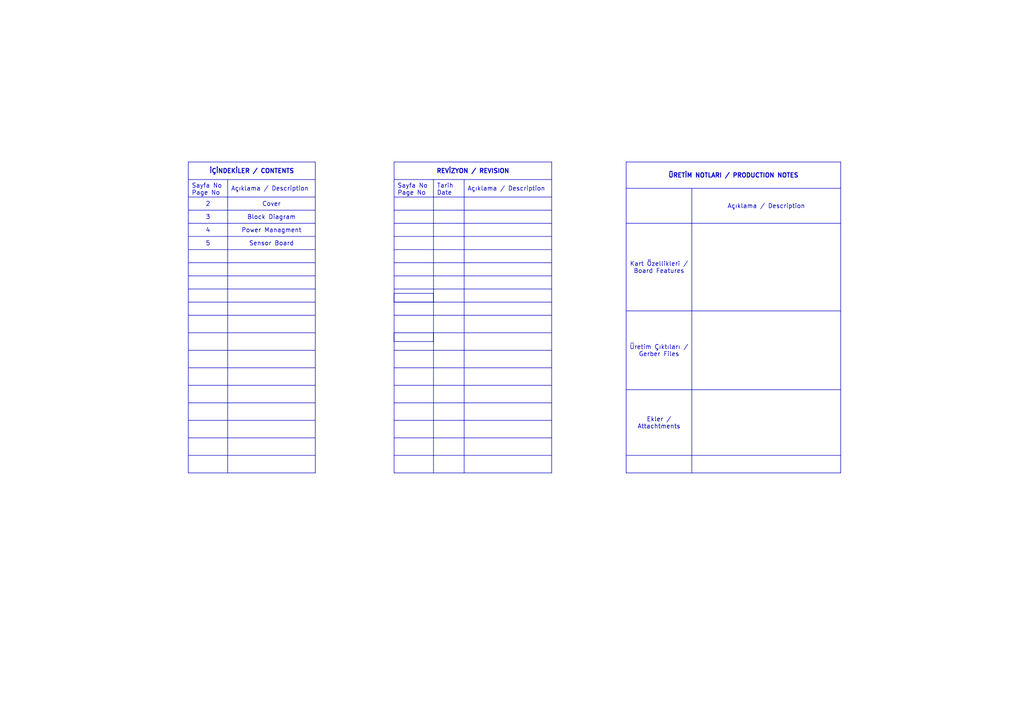
<source format=kicad_sch>
(kicad_sch
	(version 20250114)
	(generator "eeschema")
	(generator_version "9.0")
	(uuid "aeb8d317-c747-49cf-a018-e489c2015e8f")
	(paper "A4")
	(title_block
		(title "Cover")
		(comment 3 "Yusuf Karabocek")
		(comment 4 "Designed by")
	)
	(lib_symbols)
	(table
		(column_count 3)
		(border
			(external yes)
			(header yes)
			(stroke
				(width 0)
				(type solid)
			)
		)
		(separators
			(rows yes)
			(cols yes)
			(stroke
				(width 0)
				(type solid)
			)
		)
		(column_widths 11.43 8.89 25.4)
		(row_heights 5.08 2.54 2.54 3.81 3.81 3.81 3.81 3.81 3.81 3.81 3.81 3.81
			5.08 5.08 5.08 5.08 5.08 5.08 5.08 5.08 5.08
		)
		(cells
			(table_cell "REVİZYON / REVISION"
				(exclude_from_sim no)
				(at 114.3 46.99 0)
				(size 45.72 5.08)
				(margins 0.9525 0.9525 0.9525 0.9525)
				(span 3 1)
				(fill
					(type none)
				)
				(effects
					(font
						(size 1.27 1.27)
						(thickness 0.254)
						(bold yes)
					)
				)
				(uuid "8fa66827-9023-4fe1-8045-d98accf2e23d")
			)
			(table_cell "rgb(240, 240, 240)"
				(exclude_from_sim no)
				(at 125.73 46.99 0)
				(size 8.89 5.08)
				(margins 0.9525 0.9525 0.9525 0.9525)
				(span 0 0)
				(fill
					(type none)
				)
				(effects
					(font
						(size 1.27 1.27)
						(thickness 0.254)
						(bold yes)
					)
				)
				(uuid "26facfbc-c4d7-4fed-a07a-1f276f25feb0")
			)
			(table_cell "rgb(240, 240, 240)"
				(exclude_from_sim no)
				(at 134.62 46.99 0)
				(size 25.4 5.08)
				(margins 0.9525 0.9525 0.9525 0.9525)
				(span 0 0)
				(fill
					(type none)
				)
				(effects
					(font
						(size 1.27 1.27)
					)
					(justify left top)
				)
				(uuid "af702e25-af56-4634-936a-0f01b823240d")
			)
			(table_cell "Sayfa No Page No"
				(exclude_from_sim no)
				(at 114.3 52.07 0)
				(size 11.43 5.08)
				(margins 0.9525 0.9525 0.9525 0.9525)
				(span 1 2)
				(fill
					(type none)
				)
				(effects
					(font
						(size 1.27 1.27)
					)
					(justify left top)
				)
				(uuid "63e95f35-55b1-4b03-8dcf-5a68ec4ad43d")
			)
			(table_cell "Tarih Date"
				(exclude_from_sim no)
				(at 125.73 52.07 0)
				(size 8.89 5.08)
				(margins 0.9525 0.9525 0.9525 0.9525)
				(span 1 2)
				(fill
					(type none)
				)
				(effects
					(font
						(size 1.27 1.27)
					)
					(justify left top)
				)
				(uuid "732ffd3d-b3c6-4b75-9cdf-f12dc5efd261")
			)
			(table_cell "Açıklama / Description"
				(exclude_from_sim no)
				(at 134.62 52.07 0)
				(size 25.4 5.08)
				(margins 0.9525 0.9525 0.9525 0.9525)
				(span 1 2)
				(fill
					(type none)
				)
				(effects
					(font
						(size 1.27 1.27)
					)
					(justify left)
				)
				(uuid "ebf62c1f-9b5d-4821-865c-63280744afe8")
			)
			(table_cell "rgb(240, 240, 240)"
				(exclude_from_sim no)
				(at 114.3 54.61 0)
				(size 11.43 2.54)
				(margins 0.9525 0.9525 0.9525 0.9525)
				(span 0 0)
				(fill
					(type none)
				)
				(effects
					(font
						(size 1.27 1.27)
					)
					(justify left top)
				)
				(uuid "498676f9-d400-4994-bf58-7e8add11d0a0")
			)
			(table_cell "rgb(240, 240, 240)"
				(exclude_from_sim no)
				(at 125.73 54.61 0)
				(size 8.89 2.54)
				(margins 0.9525 0.9525 0.9525 0.9525)
				(span 0 0)
				(fill
					(type none)
				)
				(effects
					(font
						(size 1.27 1.27)
					)
					(justify left top)
				)
				(uuid "7449a15c-c2f2-4c1c-9e8d-37da3a301d8e")
			)
			(table_cell "rgb(240, 240, 240)"
				(exclude_from_sim no)
				(at 134.62 54.61 0)
				(size 25.4 2.54)
				(margins 0.9525 0.9525 0.9525 0.9525)
				(span 0 0)
				(fill
					(type none)
				)
				(effects
					(font
						(size 1.27 1.27)
					)
					(justify left top)
				)
				(uuid "9930eacc-fec0-4a84-8c13-5384becba848")
			)
			(table_cell ""
				(exclude_from_sim no)
				(at 114.3 57.15 0)
				(size 11.43 3.81)
				(margins 0.9525 0.9525 0.9525 0.9525)
				(span 1 1)
				(fill
					(type none)
				)
				(effects
					(font
						(size 1.27 1.27)
					)
					(justify left top)
				)
				(uuid "44635681-f490-4a24-abc4-52c57b0b0a65")
			)
			(table_cell ""
				(exclude_from_sim no)
				(at 125.73 57.15 0)
				(size 8.89 3.81)
				(margins 0.9525 0.9525 0.9525 0.9525)
				(span 1 1)
				(fill
					(type none)
				)
				(effects
					(font
						(size 1.27 1.27)
					)
					(justify left top)
				)
				(uuid "7db7b4d8-417b-41d8-83d4-ec3bf8a73bd3")
			)
			(table_cell ""
				(exclude_from_sim no)
				(at 134.62 57.15 0)
				(size 25.4 3.81)
				(margins 0.9525 0.9525 0.9525 0.9525)
				(span 1 1)
				(fill
					(type none)
				)
				(effects
					(font
						(size 1.27 1.27)
					)
					(justify left top)
				)
				(uuid "587be490-c58a-4e2b-b53f-9eb1a9c9b10a")
			)
			(table_cell ""
				(exclude_from_sim no)
				(at 114.3 60.96 0)
				(size 11.43 3.81)
				(margins 0.9525 0.9525 0.9525 0.9525)
				(span 1 1)
				(fill
					(type none)
				)
				(effects
					(font
						(size 1.27 1.27)
					)
					(justify left top)
				)
				(uuid "4ef4bd88-0d1e-476a-a02a-e34cddb215db")
			)
			(table_cell ""
				(exclude_from_sim no)
				(at 125.73 60.96 0)
				(size 8.89 3.81)
				(margins 0.9525 0.9525 0.9525 0.9525)
				(span 1 1)
				(fill
					(type none)
				)
				(effects
					(font
						(size 1.27 1.27)
					)
					(justify left top)
				)
				(uuid "8d30930c-2a48-4f37-987f-2fa024b4f76d")
			)
			(table_cell ""
				(exclude_from_sim no)
				(at 134.62 60.96 0)
				(size 25.4 3.81)
				(margins 0.9525 0.9525 0.9525 0.9525)
				(span 1 1)
				(fill
					(type none)
				)
				(effects
					(font
						(size 1.27 1.27)
					)
					(justify left top)
				)
				(uuid "9f496931-27a3-44bc-8e75-9380102e685b")
			)
			(table_cell ""
				(exclude_from_sim no)
				(at 114.3 64.77 0)
				(size 11.43 3.81)
				(margins 0.9525 0.9525 0.9525 0.9525)
				(span 1 1)
				(fill
					(type none)
				)
				(effects
					(font
						(size 1.27 1.27)
					)
					(justify left top)
				)
				(uuid "97142289-b071-46e4-8c8c-1b188bc7db46")
			)
			(table_cell ""
				(exclude_from_sim no)
				(at 125.73 64.77 0)
				(size 8.89 3.81)
				(margins 0.9525 0.9525 0.9525 0.9525)
				(span 1 1)
				(fill
					(type none)
				)
				(effects
					(font
						(size 1.27 1.27)
					)
					(justify left top)
				)
				(uuid "a9783676-0588-400e-b3e8-da46a7405a56")
			)
			(table_cell ""
				(exclude_from_sim no)
				(at 134.62 64.77 0)
				(size 25.4 3.81)
				(margins 0.9525 0.9525 0.9525 0.9525)
				(span 1 1)
				(fill
					(type none)
				)
				(effects
					(font
						(size 1.27 1.27)
					)
					(justify left top)
				)
				(uuid "65128d8b-307a-461c-996f-36a2dd0c7e6a")
			)
			(table_cell ""
				(exclude_from_sim no)
				(at 114.3 68.58 0)
				(size 11.43 3.81)
				(margins 0.9525 0.9525 0.9525 0.9525)
				(span 1 1)
				(fill
					(type none)
				)
				(effects
					(font
						(size 1.27 1.27)
					)
					(justify left top)
				)
				(uuid "9895157f-2733-4404-8b0a-c0c7bc547811")
			)
			(table_cell ""
				(exclude_from_sim no)
				(at 125.73 68.58 0)
				(size 8.89 3.81)
				(margins 0.9525 0.9525 0.9525 0.9525)
				(span 1 1)
				(fill
					(type none)
				)
				(effects
					(font
						(size 1.27 1.27)
					)
					(justify left top)
				)
				(uuid "069b8558-0020-4bc8-ae2a-c4b31b55cf71")
			)
			(table_cell ""
				(exclude_from_sim no)
				(at 134.62 68.58 0)
				(size 25.4 3.81)
				(margins 0.9525 0.9525 0.9525 0.9525)
				(span 1 1)
				(fill
					(type none)
				)
				(effects
					(font
						(size 1.27 1.27)
					)
					(justify left top)
				)
				(uuid "42c7f0a0-2207-4403-b2ca-ed9024647f10")
			)
			(table_cell ""
				(exclude_from_sim no)
				(at 114.3 72.39 0)
				(size 11.43 3.81)
				(margins 0.9525 0.9525 0.9525 0.9525)
				(span 1 1)
				(fill
					(type none)
				)
				(effects
					(font
						(size 1.27 1.27)
					)
					(justify left top)
				)
				(uuid "e7de8a9a-36c1-4d14-aca2-493b153de4f5")
			)
			(table_cell ""
				(exclude_from_sim no)
				(at 125.73 72.39 0)
				(size 8.89 3.81)
				(margins 0.9525 0.9525 0.9525 0.9525)
				(span 1 1)
				(fill
					(type none)
				)
				(effects
					(font
						(size 1.27 1.27)
					)
					(justify left top)
				)
				(uuid "47a23348-6822-4d23-9aac-a01f51a970ea")
			)
			(table_cell ""
				(exclude_from_sim no)
				(at 134.62 72.39 0)
				(size 25.4 3.81)
				(margins 0.9525 0.9525 0.9525 0.9525)
				(span 1 1)
				(fill
					(type none)
				)
				(effects
					(font
						(size 1.27 1.27)
					)
					(justify left top)
				)
				(uuid "1039a520-f747-4aca-82fe-31fff8dc7d92")
			)
			(table_cell ""
				(exclude_from_sim no)
				(at 114.3 76.2 0)
				(size 11.43 3.81)
				(margins 0.9525 0.9525 0.9525 0.9525)
				(span 1 1)
				(fill
					(type none)
				)
				(effects
					(font
						(size 1.27 1.27)
					)
					(justify left top)
				)
				(uuid "d296c916-ea4b-4a20-a8ef-719d522878d6")
			)
			(table_cell ""
				(exclude_from_sim no)
				(at 125.73 76.2 0)
				(size 8.89 3.81)
				(margins 0.9525 0.9525 0.9525 0.9525)
				(span 1 1)
				(fill
					(type none)
				)
				(effects
					(font
						(size 1.27 1.27)
					)
					(justify left top)
				)
				(uuid "7b3afd9d-8afc-41e6-9d40-f94c3c16d239")
			)
			(table_cell ""
				(exclude_from_sim no)
				(at 134.62 76.2 0)
				(size 25.4 3.81)
				(margins 0.9525 0.9525 0.9525 0.9525)
				(span 1 1)
				(fill
					(type none)
				)
				(effects
					(font
						(size 1.27 1.27)
					)
					(justify left top)
				)
				(uuid "dba63ed1-28ce-438e-b2d7-94b630936d32")
			)
			(table_cell ""
				(exclude_from_sim no)
				(at 114.3 80.01 0)
				(size 11.43 3.81)
				(margins 0.9525 0.9525 0.9525 0.9525)
				(span 1 1)
				(fill
					(type none)
				)
				(effects
					(font
						(size 1.27 1.27)
					)
					(justify left top)
				)
				(uuid "529de440-b2e2-4eac-96e0-40cab7514602")
			)
			(table_cell ""
				(exclude_from_sim no)
				(at 125.73 80.01 0)
				(size 8.89 3.81)
				(margins 0.9525 0.9525 0.9525 0.9525)
				(span 1 1)
				(fill
					(type none)
				)
				(effects
					(font
						(size 1.27 1.27)
					)
					(justify left top)
				)
				(uuid "d7e69437-bb0f-422c-8e19-f63f02ca1215")
			)
			(table_cell ""
				(exclude_from_sim no)
				(at 134.62 80.01 0)
				(size 25.4 3.81)
				(margins 0.9525 0.9525 0.9525 0.9525)
				(span 1 1)
				(fill
					(type none)
				)
				(effects
					(font
						(size 1.27 1.27)
					)
					(justify left top)
				)
				(uuid "1eddf669-14df-468c-ae5e-e04bbacc079f")
			)
			(table_cell ""
				(exclude_from_sim no)
				(at 114.3 83.82 0)
				(size 11.43 3.81)
				(margins 0.9525 0.9525 0.9525 0.9525)
				(span 1 1)
				(fill
					(type none)
				)
				(effects
					(font
						(size 1.27 1.27)
					)
					(justify left top)
				)
				(uuid "909ec3b3-f576-4dfb-bf47-600325cea82a")
			)
			(table_cell ""
				(exclude_from_sim no)
				(at 125.73 83.82 0)
				(size 8.89 3.81)
				(margins 0.9525 0.9525 0.9525 0.9525)
				(span 1 1)
				(fill
					(type none)
				)
				(effects
					(font
						(size 1.27 1.27)
					)
					(justify left top)
				)
				(uuid "84447017-f145-44f5-b7d5-ebcda1d58df4")
			)
			(table_cell ""
				(exclude_from_sim no)
				(at 134.62 83.82 0)
				(size 25.4 3.81)
				(margins 0.9525 0.9525 0.9525 0.9525)
				(span 1 1)
				(fill
					(type none)
				)
				(effects
					(font
						(size 1.27 1.27)
					)
					(justify left top)
				)
				(uuid "9d6e23cf-09e4-40d8-9b6f-b4fd3a35e41e")
			)
			(table_cell ""
				(exclude_from_sim no)
				(at 114.3 87.63 0)
				(size 11.43 3.81)
				(margins 0.9525 0.9525 0.9525 0.9525)
				(span 1 1)
				(fill
					(type none)
				)
				(effects
					(font
						(size 1.27 1.27)
					)
					(justify left top)
				)
				(uuid "a2d1fe61-781e-48ea-9e0d-290b9f882d76")
			)
			(table_cell ""
				(exclude_from_sim no)
				(at 125.73 87.63 0)
				(size 8.89 3.81)
				(margins 0.9525 0.9525 0.9525 0.9525)
				(span 1 1)
				(fill
					(type none)
				)
				(effects
					(font
						(size 1.27 1.27)
					)
					(justify left top)
				)
				(uuid "23248a23-2b0c-4ff9-9e44-773e2b6477cd")
			)
			(table_cell ""
				(exclude_from_sim no)
				(at 134.62 87.63 0)
				(size 25.4 3.81)
				(margins 0.9525 0.9525 0.9525 0.9525)
				(span 1 1)
				(fill
					(type none)
				)
				(effects
					(font
						(size 1.27 1.27)
					)
					(justify left top)
				)
				(uuid "ecc43944-2e94-4f29-8090-a9cf86236bf6")
			)
			(table_cell ""
				(exclude_from_sim no)
				(at 114.3 91.44 0)
				(size 11.43 5.08)
				(margins 0.9525 0.9525 0.9525 0.9525)
				(span 1 1)
				(fill
					(type none)
				)
				(effects
					(font
						(size 1.27 1.27)
					)
					(justify left top)
				)
				(uuid "e8088748-bf86-4657-9790-30663aa5503e")
			)
			(table_cell ""
				(exclude_from_sim no)
				(at 125.73 91.44 0)
				(size 8.89 5.08)
				(margins 0.9525 0.9525 0.9525 0.9525)
				(span 1 1)
				(fill
					(type none)
				)
				(effects
					(font
						(size 1.27 1.27)
					)
					(justify left top)
				)
				(uuid "95bc224a-987c-4037-9823-263b75706d15")
			)
			(table_cell ""
				(exclude_from_sim no)
				(at 134.62 91.44 0)
				(size 25.4 5.08)
				(margins 0.9525 0.9525 0.9525 0.9525)
				(span 1 1)
				(fill
					(type none)
				)
				(effects
					(font
						(size 1.27 1.27)
					)
					(justify left top)
				)
				(uuid "29c43624-e53a-4207-8137-f7182ea87462")
			)
			(table_cell ""
				(exclude_from_sim no)
				(at 114.3 96.52 0)
				(size 11.43 5.08)
				(margins 0.9525 0.9525 0.9525 0.9525)
				(span 1 1)
				(fill
					(type none)
				)
				(effects
					(font
						(size 1.27 1.27)
					)
					(justify left top)
				)
				(uuid "dde8c3ab-5ef7-42d8-ad03-2c3510d3462a")
			)
			(table_cell ""
				(exclude_from_sim no)
				(at 125.73 96.52 0)
				(size 8.89 5.08)
				(margins 0.9525 0.9525 0.9525 0.9525)
				(span 1 1)
				(fill
					(type none)
				)
				(effects
					(font
						(size 1.27 1.27)
					)
					(justify left top)
				)
				(uuid "c8616889-d477-4abf-8551-d95eaf2fab91")
			)
			(table_cell ""
				(exclude_from_sim no)
				(at 134.62 96.52 0)
				(size 25.4 5.08)
				(margins 0.9525 0.9525 0.9525 0.9525)
				(span 1 1)
				(fill
					(type none)
				)
				(effects
					(font
						(size 1.27 1.27)
					)
					(justify left top)
				)
				(uuid "fdfb3e1a-a44a-4d7f-b997-682592cc996c")
			)
			(table_cell ""
				(exclude_from_sim no)
				(at 114.3 101.6 0)
				(size 11.43 5.08)
				(margins 0.9525 0.9525 0.9525 0.9525)
				(span 1 1)
				(fill
					(type none)
				)
				(effects
					(font
						(size 1.27 1.27)
					)
					(justify left top)
				)
				(uuid "9fe3ed92-9252-4d38-8ae4-1e84b975fa71")
			)
			(table_cell ""
				(exclude_from_sim no)
				(at 125.73 101.6 0)
				(size 8.89 5.08)
				(margins 0.9525 0.9525 0.9525 0.9525)
				(span 1 1)
				(fill
					(type none)
				)
				(effects
					(font
						(size 1.27 1.27)
					)
					(justify left top)
				)
				(uuid "c2372fbb-e144-4768-9243-99c2d5e7820c")
			)
			(table_cell ""
				(exclude_from_sim no)
				(at 134.62 101.6 0)
				(size 25.4 5.08)
				(margins 0.9525 0.9525 0.9525 0.9525)
				(span 1 1)
				(fill
					(type none)
				)
				(effects
					(font
						(size 1.27 1.27)
					)
					(justify left top)
				)
				(uuid "ca3a0ce7-a3a9-48d8-85e6-8ffe8f95beb1")
			)
			(table_cell ""
				(exclude_from_sim no)
				(at 114.3 106.68 0)
				(size 11.43 5.08)
				(margins 0.9525 0.9525 0.9525 0.9525)
				(span 1 1)
				(fill
					(type none)
				)
				(effects
					(font
						(size 1.27 1.27)
					)
					(justify left top)
				)
				(uuid "ba4fd100-57e5-4b47-a3bb-ad57e55f3b7e")
			)
			(table_cell ""
				(exclude_from_sim no)
				(at 125.73 106.68 0)
				(size 8.89 5.08)
				(margins 0.9525 0.9525 0.9525 0.9525)
				(span 1 1)
				(fill
					(type none)
				)
				(effects
					(font
						(size 1.27 1.27)
					)
					(justify left top)
				)
				(uuid "5bae84d3-0721-4c22-8359-0a68bd1d19da")
			)
			(table_cell ""
				(exclude_from_sim no)
				(at 134.62 106.68 0)
				(size 25.4 5.08)
				(margins 0.9525 0.9525 0.9525 0.9525)
				(span 1 1)
				(fill
					(type none)
				)
				(effects
					(font
						(size 1.27 1.27)
					)
					(justify left top)
				)
				(uuid "052fc114-644b-4804-afcb-c57b8bb53c21")
			)
			(table_cell ""
				(exclude_from_sim no)
				(at 114.3 111.76 0)
				(size 11.43 5.08)
				(margins 0.9525 0.9525 0.9525 0.9525)
				(span 1 1)
				(fill
					(type none)
				)
				(effects
					(font
						(size 1.27 1.27)
					)
					(justify left top)
				)
				(uuid "a5dd3d51-9ae4-457e-aa5a-0dccb70d77ac")
			)
			(table_cell ""
				(exclude_from_sim no)
				(at 125.73 111.76 0)
				(size 8.89 5.08)
				(margins 0.9525 0.9525 0.9525 0.9525)
				(span 1 1)
				(fill
					(type none)
				)
				(effects
					(font
						(size 1.27 1.27)
					)
					(justify left top)
				)
				(uuid "71587d7b-654c-479d-b70d-60751dfc9482")
			)
			(table_cell ""
				(exclude_from_sim no)
				(at 134.62 111.76 0)
				(size 25.4 5.08)
				(margins 0.9525 0.9525 0.9525 0.9525)
				(span 1 1)
				(fill
					(type none)
				)
				(effects
					(font
						(size 1.27 1.27)
					)
					(justify left top)
				)
				(uuid "bffff60e-0e13-453d-8200-87a7dd24ce4a")
			)
			(table_cell ""
				(exclude_from_sim no)
				(at 114.3 116.84 0)
				(size 11.43 5.08)
				(margins 0.9525 0.9525 0.9525 0.9525)
				(span 1 1)
				(fill
					(type none)
				)
				(effects
					(font
						(size 1.27 1.27)
					)
					(justify left top)
				)
				(uuid "1c0edecb-6c61-444e-b884-a80eba5ea30b")
			)
			(table_cell ""
				(exclude_from_sim no)
				(at 125.73 116.84 0)
				(size 8.89 5.08)
				(margins 0.9525 0.9525 0.9525 0.9525)
				(span 1 1)
				(fill
					(type none)
				)
				(effects
					(font
						(size 1.27 1.27)
					)
					(justify left top)
				)
				(uuid "618ef8ad-84cb-43f3-8eb9-35a938936e1d")
			)
			(table_cell ""
				(exclude_from_sim no)
				(at 134.62 116.84 0)
				(size 25.4 5.08)
				(margins 0.9525 0.9525 0.9525 0.9525)
				(span 1 1)
				(fill
					(type none)
				)
				(effects
					(font
						(size 1.27 1.27)
					)
					(justify left top)
				)
				(uuid "c7bca818-ab05-4fbd-ab19-ba84cdc17ab0")
			)
			(table_cell ""
				(exclude_from_sim no)
				(at 114.3 121.92 0)
				(size 11.43 5.08)
				(margins 0.9525 0.9525 0.9525 0.9525)
				(span 1 1)
				(fill
					(type none)
				)
				(effects
					(font
						(size 1.27 1.27)
					)
					(justify left top)
				)
				(uuid "2c22106f-9103-45ec-868e-4f3f58a250a5")
			)
			(table_cell ""
				(exclude_from_sim no)
				(at 125.73 121.92 0)
				(size 8.89 5.08)
				(margins 0.9525 0.9525 0.9525 0.9525)
				(span 1 1)
				(fill
					(type none)
				)
				(effects
					(font
						(size 1.27 1.27)
					)
					(justify left top)
				)
				(uuid "ca6975d5-19c8-48d4-abee-96cf1cde38eb")
			)
			(table_cell ""
				(exclude_from_sim no)
				(at 134.62 121.92 0)
				(size 25.4 5.08)
				(margins 0.9525 0.9525 0.9525 0.9525)
				(span 1 1)
				(fill
					(type none)
				)
				(effects
					(font
						(size 1.27 1.27)
					)
					(justify left top)
				)
				(uuid "0b9c37ac-791e-4008-b7a7-ffe8da9b8236")
			)
			(table_cell ""
				(exclude_from_sim no)
				(at 114.3 127 0)
				(size 11.43 5.08)
				(margins 0.9525 0.9525 0.9525 0.9525)
				(span 1 1)
				(fill
					(type none)
				)
				(effects
					(font
						(size 1.27 1.27)
					)
					(justify left top)
				)
				(uuid "88ec3ba2-94ec-4d43-9af5-6ec7825c5159")
			)
			(table_cell ""
				(exclude_from_sim no)
				(at 125.73 127 0)
				(size 8.89 5.08)
				(margins 0.9525 0.9525 0.9525 0.9525)
				(span 1 1)
				(fill
					(type none)
				)
				(effects
					(font
						(size 1.27 1.27)
					)
					(justify left top)
				)
				(uuid "6ba93be1-c8aa-4339-8c5f-2d3f5a5f1b21")
			)
			(table_cell ""
				(exclude_from_sim no)
				(at 134.62 127 0)
				(size 25.4 5.08)
				(margins 0.9525 0.9525 0.9525 0.9525)
				(span 1 1)
				(fill
					(type none)
				)
				(effects
					(font
						(size 1.27 1.27)
					)
					(justify left top)
				)
				(uuid "7dfa264f-f5ca-472a-9327-0abd84086d18")
			)
			(table_cell ""
				(exclude_from_sim no)
				(at 114.3 132.08 0)
				(size 11.43 5.08)
				(margins 0.9525 0.9525 0.9525 0.9525)
				(span 1 1)
				(fill
					(type none)
				)
				(effects
					(font
						(size 1.27 1.27)
					)
					(justify left top)
				)
				(uuid "a74f1710-f2ad-416d-ab38-7d3381421f82")
			)
			(table_cell ""
				(exclude_from_sim no)
				(at 125.73 132.08 0)
				(size 8.89 5.08)
				(margins 0.9525 0.9525 0.9525 0.9525)
				(span 1 1)
				(fill
					(type none)
				)
				(effects
					(font
						(size 1.27 1.27)
					)
					(justify left top)
				)
				(uuid "c83ae582-9a1b-42d4-8620-39165f954511")
			)
			(table_cell ""
				(exclude_from_sim no)
				(at 134.62 132.08 0)
				(size 25.4 5.08)
				(margins 0.9525 0.9525 0.9525 0.9525)
				(span 1 1)
				(fill
					(type none)
				)
				(effects
					(font
						(size 1.27 1.27)
					)
					(justify left top)
				)
				(uuid "87ea8017-f319-46f1-96d6-fe49c3505f2a")
			)
		)
	)
	(table
		(column_count 2)
		(border
			(external yes)
			(header yes)
			(stroke
				(width 0)
				(type solid)
			)
		)
		(separators
			(rows yes)
			(cols yes)
			(stroke
				(width 0)
				(type solid)
			)
		)
		(column_widths 11.43 25.4)
		(row_heights 5.08 2.54 2.54 3.81 3.81 3.81 3.81 3.81 3.81 3.81 3.81 3.81
			5.08 5.08 5.08 5.08 5.08 5.08 5.08 5.08 5.08
		)
		(cells
			(table_cell "İÇİNDEKİLER / CONTENTS"
				(exclude_from_sim no)
				(at 54.61 46.99 0)
				(size 36.83 5.08)
				(margins 0.9525 0.9525 0.9525 0.9525)
				(span 2 1)
				(fill
					(type none)
				)
				(effects
					(font
						(size 1.27 1.27)
						(thickness 0.254)
						(bold yes)
					)
				)
				(uuid "26facfbc-c4d7-4fed-a07a-1f276f25feb0")
			)
			(table_cell "rgb(240, 240, 240)"
				(exclude_from_sim no)
				(at 66.04 46.99 0)
				(size 25.4 5.08)
				(margins 0.9525 0.9525 0.9525 0.9525)
				(span 0 0)
				(fill
					(type none)
				)
				(effects
					(font
						(size 1.27 1.27)
					)
					(justify left top)
				)
				(uuid "af702e25-af56-4634-936a-0f01b823240d")
			)
			(table_cell "Sayfa No Page No"
				(exclude_from_sim no)
				(at 54.61 52.07 0)
				(size 11.43 5.08)
				(margins 0.9525 0.9525 0.9525 0.9525)
				(span 1 2)
				(fill
					(type none)
				)
				(effects
					(font
						(size 1.27 1.27)
					)
					(justify left top)
				)
				(uuid "732ffd3d-b3c6-4b75-9cdf-f12dc5efd261")
			)
			(table_cell "Açıklama / Description"
				(exclude_from_sim no)
				(at 66.04 52.07 0)
				(size 25.4 5.08)
				(margins 0.9525 0.9525 0.9525 0.9525)
				(span 1 2)
				(fill
					(type none)
				)
				(effects
					(font
						(size 1.27 1.27)
					)
					(justify left)
				)
				(uuid "ebf62c1f-9b5d-4821-865c-63280744afe8")
			)
			(table_cell "rgb(240, 240, 240)"
				(exclude_from_sim no)
				(at 54.61 54.61 0)
				(size 11.43 2.54)
				(margins 0.9525 0.9525 0.9525 0.9525)
				(span 0 0)
				(fill
					(type none)
				)
				(effects
					(font
						(size 1.27 1.27)
					)
					(justify left top)
				)
				(uuid "7449a15c-c2f2-4c1c-9e8d-37da3a301d8e")
			)
			(table_cell "rgb(240, 240, 240)"
				(exclude_from_sim no)
				(at 66.04 54.61 0)
				(size 25.4 2.54)
				(margins 0.9525 0.9525 0.9525 0.9525)
				(span 0 0)
				(fill
					(type none)
				)
				(effects
					(font
						(size 1.27 1.27)
					)
					(justify left top)
				)
				(uuid "9930eacc-fec0-4a84-8c13-5384becba848")
			)
			(table_cell "2"
				(exclude_from_sim no)
				(at 54.61 57.15 0)
				(size 11.43 3.81)
				(margins 0.9525 0.9525 0.9525 0.9525)
				(span 1 1)
				(fill
					(type none)
				)
				(effects
					(font
						(size 1.27 1.27)
					)
				)
				(uuid "7db7b4d8-417b-41d8-83d4-ec3bf8a73bd3")
			)
			(table_cell "Cover"
				(exclude_from_sim no)
				(at 66.04 57.15 0)
				(size 25.4 3.81)
				(margins 0.9525 0.9525 0.9525 0.9525)
				(span 1 1)
				(fill
					(type none)
				)
				(effects
					(font
						(size 1.27 1.27)
					)
				)
				(uuid "587be490-c58a-4e2b-b53f-9eb1a9c9b10a")
			)
			(table_cell "3 "
				(exclude_from_sim no)
				(at 54.61 60.96 0)
				(size 11.43 3.81)
				(margins 0.9525 0.9525 0.9525 0.9525)
				(span 1 1)
				(fill
					(type none)
				)
				(effects
					(font
						(size 1.27 1.27)
					)
				)
				(uuid "8d30930c-2a48-4f37-987f-2fa024b4f76d")
			)
			(table_cell "Block Diagram"
				(exclude_from_sim no)
				(at 66.04 60.96 0)
				(size 25.4 3.81)
				(margins 0.9525 0.9525 0.9525 0.9525)
				(span 1 1)
				(fill
					(type none)
				)
				(effects
					(font
						(size 1.27 1.27)
					)
				)
				(uuid "9f496931-27a3-44bc-8e75-9380102e685b")
			)
			(table_cell "4"
				(exclude_from_sim no)
				(at 54.61 64.77 0)
				(size 11.43 3.81)
				(margins 0.9525 0.9525 0.9525 0.9525)
				(span 1 1)
				(fill
					(type none)
				)
				(effects
					(font
						(size 1.27 1.27)
					)
				)
				(uuid "a9783676-0588-400e-b3e8-da46a7405a56")
			)
			(table_cell "Power Managment"
				(exclude_from_sim no)
				(at 66.04 64.77 0)
				(size 25.4 3.81)
				(margins 0.9525 0.9525 0.9525 0.9525)
				(span 1 1)
				(fill
					(type none)
				)
				(effects
					(font
						(size 1.27 1.27)
					)
				)
				(uuid "65128d8b-307a-461c-996f-36a2dd0c7e6a")
			)
			(table_cell "5"
				(exclude_from_sim no)
				(at 54.61 68.58 0)
				(size 11.43 3.81)
				(margins 0.9525 0.9525 0.9525 0.9525)
				(span 1 1)
				(fill
					(type none)
				)
				(effects
					(font
						(size 1.27 1.27)
					)
				)
				(uuid "069b8558-0020-4bc8-ae2a-c4b31b55cf71")
			)
			(table_cell "Sensor Board"
				(exclude_from_sim no)
				(at 66.04 68.58 0)
				(size 25.4 3.81)
				(margins 0.9525 0.9525 0.9525 0.9525)
				(span 1 1)
				(fill
					(type none)
				)
				(effects
					(font
						(size 1.27 1.27)
					)
				)
				(uuid "42c7f0a0-2207-4403-b2ca-ed9024647f10")
			)
			(table_cell ""
				(exclude_from_sim no)
				(at 54.61 72.39 0)
				(size 11.43 3.81)
				(margins 0.9525 0.9525 0.9525 0.9525)
				(span 1 1)
				(fill
					(type none)
				)
				(effects
					(font
						(size 1.27 1.27)
					)
				)
				(uuid "47a23348-6822-4d23-9aac-a01f51a970ea")
			)
			(table_cell ""
				(exclude_from_sim no)
				(at 66.04 72.39 0)
				(size 25.4 3.81)
				(margins 0.9525 0.9525 0.9525 0.9525)
				(span 1 1)
				(fill
					(type none)
				)
				(effects
					(font
						(size 1.27 1.27)
					)
				)
				(uuid "1039a520-f747-4aca-82fe-31fff8dc7d92")
			)
			(table_cell ""
				(exclude_from_sim no)
				(at 54.61 76.2 0)
				(size 11.43 3.81)
				(margins 0.9525 0.9525 0.9525 0.9525)
				(span 1 1)
				(fill
					(type none)
				)
				(effects
					(font
						(size 1.27 1.27)
					)
				)
				(uuid "7b3afd9d-8afc-41e6-9d40-f94c3c16d239")
			)
			(table_cell ""
				(exclude_from_sim no)
				(at 66.04 76.2 0)
				(size 25.4 3.81)
				(margins 0.9525 0.9525 0.9525 0.9525)
				(span 1 1)
				(fill
					(type none)
				)
				(effects
					(font
						(size 1.27 1.27)
					)
				)
				(uuid "dba63ed1-28ce-438e-b2d7-94b630936d32")
			)
			(table_cell ""
				(exclude_from_sim no)
				(at 54.61 80.01 0)
				(size 11.43 3.81)
				(margins 0.9525 0.9525 0.9525 0.9525)
				(span 1 1)
				(fill
					(type none)
				)
				(effects
					(font
						(size 1.27 1.27)
					)
				)
				(uuid "d7e69437-bb0f-422c-8e19-f63f02ca1215")
			)
			(table_cell ""
				(exclude_from_sim no)
				(at 66.04 80.01 0)
				(size 25.4 3.81)
				(margins 0.9525 0.9525 0.9525 0.9525)
				(span 1 1)
				(fill
					(type none)
				)
				(effects
					(font
						(size 1.27 1.27)
					)
				)
				(uuid "1eddf669-14df-468c-ae5e-e04bbacc079f")
			)
			(table_cell ""
				(exclude_from_sim no)
				(at 54.61 83.82 0)
				(size 11.43 3.81)
				(margins 0.9525 0.9525 0.9525 0.9525)
				(span 1 1)
				(fill
					(type none)
				)
				(effects
					(font
						(size 1.27 1.27)
					)
				)
				(uuid "84447017-f145-44f5-b7d5-ebcda1d58df4")
			)
			(table_cell ""
				(exclude_from_sim no)
				(at 66.04 83.82 0)
				(size 25.4 3.81)
				(margins 0.9525 0.9525 0.9525 0.9525)
				(span 1 1)
				(fill
					(type none)
				)
				(effects
					(font
						(size 1.27 1.27)
					)
				)
				(uuid "9d6e23cf-09e4-40d8-9b6f-b4fd3a35e41e")
			)
			(table_cell ""
				(exclude_from_sim no)
				(at 54.61 87.63 0)
				(size 11.43 3.81)
				(margins 0.9525 0.9525 0.9525 0.9525)
				(span 1 1)
				(fill
					(type none)
				)
				(effects
					(font
						(size 1.27 1.27)
					)
				)
				(uuid "23248a23-2b0c-4ff9-9e44-773e2b6477cd")
			)
			(table_cell ""
				(exclude_from_sim no)
				(at 66.04 87.63 0)
				(size 25.4 3.81)
				(margins 0.9525 0.9525 0.9525 0.9525)
				(span 1 1)
				(fill
					(type none)
				)
				(effects
					(font
						(size 1.27 1.27)
					)
				)
				(uuid "ecc43944-2e94-4f29-8090-a9cf86236bf6")
			)
			(table_cell ""
				(exclude_from_sim no)
				(at 54.61 91.44 0)
				(size 11.43 5.08)
				(margins 0.9525 0.9525 0.9525 0.9525)
				(span 1 1)
				(fill
					(type none)
				)
				(effects
					(font
						(size 1.27 1.27)
					)
				)
				(uuid "95bc224a-987c-4037-9823-263b75706d15")
			)
			(table_cell ""
				(exclude_from_sim no)
				(at 66.04 91.44 0)
				(size 25.4 5.08)
				(margins 0.9525 0.9525 0.9525 0.9525)
				(span 1 1)
				(fill
					(type none)
				)
				(effects
					(font
						(size 1.27 1.27)
					)
				)
				(uuid "29c43624-e53a-4207-8137-f7182ea87462")
			)
			(table_cell ""
				(exclude_from_sim no)
				(at 54.61 96.52 0)
				(size 11.43 5.08)
				(margins 0.9525 0.9525 0.9525 0.9525)
				(span 1 1)
				(fill
					(type none)
				)
				(effects
					(font
						(size 1.27 1.27)
					)
				)
				(uuid "c8616889-d477-4abf-8551-d95eaf2fab91")
			)
			(table_cell ""
				(exclude_from_sim no)
				(at 66.04 96.52 0)
				(size 25.4 5.08)
				(margins 0.9525 0.9525 0.9525 0.9525)
				(span 1 1)
				(fill
					(type none)
				)
				(effects
					(font
						(size 1.27 1.27)
					)
				)
				(uuid "fdfb3e1a-a44a-4d7f-b997-682592cc996c")
			)
			(table_cell ""
				(exclude_from_sim no)
				(at 54.61 101.6 0)
				(size 11.43 5.08)
				(margins 0.9525 0.9525 0.9525 0.9525)
				(span 1 1)
				(fill
					(type none)
				)
				(effects
					(font
						(size 1.27 1.27)
					)
				)
				(uuid "c2372fbb-e144-4768-9243-99c2d5e7820c")
			)
			(table_cell ""
				(exclude_from_sim no)
				(at 66.04 101.6 0)
				(size 25.4 5.08)
				(margins 0.9525 0.9525 0.9525 0.9525)
				(span 1 1)
				(fill
					(type none)
				)
				(effects
					(font
						(size 1.27 1.27)
					)
				)
				(uuid "ca3a0ce7-a3a9-48d8-85e6-8ffe8f95beb1")
			)
			(table_cell ""
				(exclude_from_sim no)
				(at 54.61 106.68 0)
				(size 11.43 5.08)
				(margins 0.9525 0.9525 0.9525 0.9525)
				(span 1 1)
				(fill
					(type none)
				)
				(effects
					(font
						(size 1.27 1.27)
					)
				)
				(uuid "5bae84d3-0721-4c22-8359-0a68bd1d19da")
			)
			(table_cell ""
				(exclude_from_sim no)
				(at 66.04 106.68 0)
				(size 25.4 5.08)
				(margins 0.9525 0.9525 0.9525 0.9525)
				(span 1 1)
				(fill
					(type none)
				)
				(effects
					(font
						(size 1.27 1.27)
					)
				)
				(uuid "052fc114-644b-4804-afcb-c57b8bb53c21")
			)
			(table_cell ""
				(exclude_from_sim no)
				(at 54.61 111.76 0)
				(size 11.43 5.08)
				(margins 0.9525 0.9525 0.9525 0.9525)
				(span 1 1)
				(fill
					(type none)
				)
				(effects
					(font
						(size 1.27 1.27)
					)
				)
				(uuid "71587d7b-654c-479d-b70d-60751dfc9482")
			)
			(table_cell ""
				(exclude_from_sim no)
				(at 66.04 111.76 0)
				(size 25.4 5.08)
				(margins 0.9525 0.9525 0.9525 0.9525)
				(span 1 1)
				(fill
					(type none)
				)
				(effects
					(font
						(size 1.27 1.27)
					)
				)
				(uuid "bffff60e-0e13-453d-8200-87a7dd24ce4a")
			)
			(table_cell ""
				(exclude_from_sim no)
				(at 54.61 116.84 0)
				(size 11.43 5.08)
				(margins 0.9525 0.9525 0.9525 0.9525)
				(span 1 1)
				(fill
					(type none)
				)
				(effects
					(font
						(size 1.27 1.27)
					)
				)
				(uuid "618ef8ad-84cb-43f3-8eb9-35a938936e1d")
			)
			(table_cell ""
				(exclude_from_sim no)
				(at 66.04 116.84 0)
				(size 25.4 5.08)
				(margins 0.9525 0.9525 0.9525 0.9525)
				(span 1 1)
				(fill
					(type none)
				)
				(effects
					(font
						(size 1.27 1.27)
					)
				)
				(uuid "c7bca818-ab05-4fbd-ab19-ba84cdc17ab0")
			)
			(table_cell ""
				(exclude_from_sim no)
				(at 54.61 121.92 0)
				(size 11.43 5.08)
				(margins 0.9525 0.9525 0.9525 0.9525)
				(span 1 1)
				(fill
					(type none)
				)
				(effects
					(font
						(size 1.27 1.27)
					)
				)
				(uuid "ca6975d5-19c8-48d4-abee-96cf1cde38eb")
			)
			(table_cell ""
				(exclude_from_sim no)
				(at 66.04 121.92 0)
				(size 25.4 5.08)
				(margins 0.9525 0.9525 0.9525 0.9525)
				(span 1 1)
				(fill
					(type none)
				)
				(effects
					(font
						(size 1.27 1.27)
					)
				)
				(uuid "0b9c37ac-791e-4008-b7a7-ffe8da9b8236")
			)
			(table_cell ""
				(exclude_from_sim no)
				(at 54.61 127 0)
				(size 11.43 5.08)
				(margins 0.9525 0.9525 0.9525 0.9525)
				(span 1 1)
				(fill
					(type none)
				)
				(effects
					(font
						(size 1.27 1.27)
					)
				)
				(uuid "6ba93be1-c8aa-4339-8c5f-2d3f5a5f1b21")
			)
			(table_cell ""
				(exclude_from_sim no)
				(at 66.04 127 0)
				(size 25.4 5.08)
				(margins 0.9525 0.9525 0.9525 0.9525)
				(span 1 1)
				(fill
					(type none)
				)
				(effects
					(font
						(size 1.27 1.27)
					)
				)
				(uuid "7dfa264f-f5ca-472a-9327-0abd84086d18")
			)
			(table_cell ""
				(exclude_from_sim no)
				(at 54.61 132.08 0)
				(size 11.43 5.08)
				(margins 0.9525 0.9525 0.9525 0.9525)
				(span 1 1)
				(fill
					(type none)
				)
				(effects
					(font
						(size 1.27 1.27)
					)
				)
				(uuid "c83ae582-9a1b-42d4-8620-39165f954511")
			)
			(table_cell ""
				(exclude_from_sim no)
				(at 66.04 132.08 0)
				(size 25.4 5.08)
				(margins 0.9525 0.9525 0.9525 0.9525)
				(span 1 1)
				(fill
					(type none)
				)
				(effects
					(font
						(size 1.27 1.27)
					)
				)
				(uuid "87ea8017-f319-46f1-96d6-fe49c3505f2a")
			)
		)
	)
	(table
		(column_count 1)
		(border
			(external yes)
			(header yes)
			(stroke
				(width 0)
				(type solid)
			)
		)
		(separators
			(rows yes)
			(cols yes)
			(stroke
				(width 0)
				(type solid)
			)
		)
		(column_widths 11.43)
		(row_heights 4.4427)
		(cells
			(table_cell ""
				(exclude_from_sim no)
				(at 114.3 96.52 0)
				(size 11.43 2.54)
				(margins 0.9525 0.9525 0.9525 0.9525)
				(span 1 1)
				(fill
					(type none)
				)
				(effects
					(font
						(size 1.27 1.27)
					)
					(justify left top)
				)
				(uuid "c8616889-d477-4abf-8551-d95eaf2fab91")
			)
		)
	)
	(table
		(column_count 2)
		(border
			(external yes)
			(header yes)
			(stroke
				(width 0)
				(type solid)
			)
		)
		(separators
			(rows yes)
			(cols yes)
			(stroke
				(width 0)
				(type solid)
			)
		)
		(column_widths 19.05 43.18)
		(row_heights 7.62 10.16 25.4 22.86 19.05 5.08)
		(cells
			(table_cell "ÜRETİM NOTLARI / PRODUCTION NOTES"
				(exclude_from_sim no)
				(at 181.61 46.99 0)
				(size 62.23 7.62)
				(margins 0.9525 0.9525 0.9525 0.9525)
				(span 2 1)
				(fill
					(type none)
				)
				(effects
					(font
						(size 1.27 1.27)
						(thickness 0.254)
						(bold yes)
					)
				)
				(uuid "fe0ddf66-cc17-4cd3-9f7b-12cf23dcbf1c")
			)
			(table_cell "rgb(240, 240, 240)"
				(exclude_from_sim no)
				(at 200.66 46.99 0)
				(size 43.18 7.62)
				(margins 0.9525 0.9525 0.9525 0.9525)
				(span 0 0)
				(fill
					(type none)
				)
				(effects
					(font
						(size 1.27 1.27)
					)
					(justify left top)
				)
				(uuid "4016b986-9f3b-452c-be22-c6ab590af3ab")
			)
			(table_cell ""
				(exclude_from_sim no)
				(at 181.61 54.61 0)
				(size 19.05 10.16)
				(margins 0.9525 0.9525 0.9525 0.9525)
				(span 1 1)
				(fill
					(type none)
				)
				(effects
					(font
						(size 1.27 1.27)
					)
					(justify left top)
				)
				(uuid "f2f98bdb-74d5-4eab-88ed-84961a2e5752")
			)
			(table_cell "Açıklama / Description"
				(exclude_from_sim no)
				(at 200.66 54.61 0)
				(size 43.18 10.16)
				(margins 0.9525 0.9525 0.9525 0.9525)
				(span 1 1)
				(fill
					(type none)
				)
				(effects
					(font
						(size 1.27 1.27)
					)
				)
				(uuid "8ea1edf8-8384-4718-9d41-9cdc43243526")
			)
			(table_cell "Kart Özellikleri / Board Features"
				(exclude_from_sim no)
				(at 181.61 64.77 0)
				(size 19.05 25.4)
				(margins 0.9525 0.9525 0.9525 0.9525)
				(span 1 1)
				(fill
					(type none)
				)
				(effects
					(font
						(size 1.27 1.27)
					)
				)
				(uuid "1b2ee6b8-02b5-4a69-a62b-7bd52514778d")
			)
			(table_cell ""
				(exclude_from_sim no)
				(at 200.66 64.77 0)
				(size 43.18 25.4)
				(margins 0.9525 0.9525 0.9525 0.9525)
				(span 1 1)
				(fill
					(type none)
				)
				(effects
					(font
						(size 1.27 1.27)
					)
					(justify left top)
				)
				(uuid "7618e334-8778-4179-aeb0-9204d1c15b70")
			)
			(table_cell "Üretim Çıktıları / Gerber Files"
				(exclude_from_sim no)
				(at 181.61 90.17 0)
				(size 19.05 22.86)
				(margins 0.9525 0.9525 0.9525 0.9525)
				(span 1 1)
				(fill
					(type none)
				)
				(effects
					(font
						(size 1.27 1.27)
					)
				)
				(uuid "e61ca439-f765-405a-8d29-d44f8d30087a")
			)
			(table_cell ""
				(exclude_from_sim no)
				(at 200.66 90.17 0)
				(size 43.18 22.86)
				(margins 0.9525 0.9525 0.9525 0.9525)
				(span 1 1)
				(fill
					(type none)
				)
				(effects
					(font
						(size 1.27 1.27)
					)
					(justify left top)
				)
				(uuid "250888d7-4914-45a1-a5bf-ab7977e258bc")
			)
			(table_cell "Ekler / Attachtments"
				(exclude_from_sim no)
				(at 181.61 113.03 0)
				(size 19.05 19.05)
				(margins 0.9525 0.9525 0.9525 0.9525)
				(span 1 1)
				(fill
					(type none)
				)
				(effects
					(font
						(size 1.27 1.27)
						(thickness 0.1588)
					)
				)
				(uuid "ff56753e-d833-4d45-b713-1a3ea9c266d5")
			)
			(table_cell ""
				(exclude_from_sim no)
				(at 200.66 113.03 0)
				(size 43.18 19.05)
				(margins 0.9525 0.9525 0.9525 0.9525)
				(span 1 1)
				(fill
					(type none)
				)
				(effects
					(font
						(size 1.27 1.27)
					)
					(justify left top)
				)
				(uuid "3a147fab-c992-4883-8518-721662fe6dd0")
			)
			(table_cell ""
				(exclude_from_sim no)
				(at 181.61 132.08 0)
				(size 19.05 5.08)
				(margins 0.9525 0.9525 0.9525 0.9525)
				(span 1 1)
				(fill
					(type none)
				)
				(effects
					(font
						(size 1.27 1.27)
					)
					(justify left top)
				)
				(uuid "9d0ecd98-c744-4d19-a5bb-7f1797278a2d")
			)
			(table_cell ""
				(exclude_from_sim no)
				(at 200.66 132.08 0)
				(size 43.18 5.08)
				(margins 0.9525 0.9525 0.9525 0.9525)
				(span 1 1)
				(fill
					(type none)
				)
				(effects
					(font
						(size 1.27 1.27)
					)
					(justify left top)
				)
				(uuid "40bd5651-1ed5-4d03-b728-075dff291fc2")
			)
		)
	)
	(table
		(column_count 1)
		(border
			(external yes)
			(header yes)
			(stroke
				(width 0)
				(type solid)
			)
		)
		(separators
			(rows yes)
			(cols yes)
			(stroke
				(width 0)
				(type solid)
			)
		)
		(column_widths 11.43)
		(row_heights 5.08)
		(cells
			(table_cell ""
				(exclude_from_sim no)
				(at 114.3 85.09 0)
				(size 11.43 2.54)
				(margins 0.9525 0.9525 0.9525 0.9525)
				(span 1 1)
				(fill
					(type none)
				)
				(effects
					(font
						(size 1.27 1.27)
					)
					(justify left top)
				)
				(uuid "23248a23-2b0c-4ff9-9e44-773e2b6477cd")
			)
		)
	)
)

</source>
